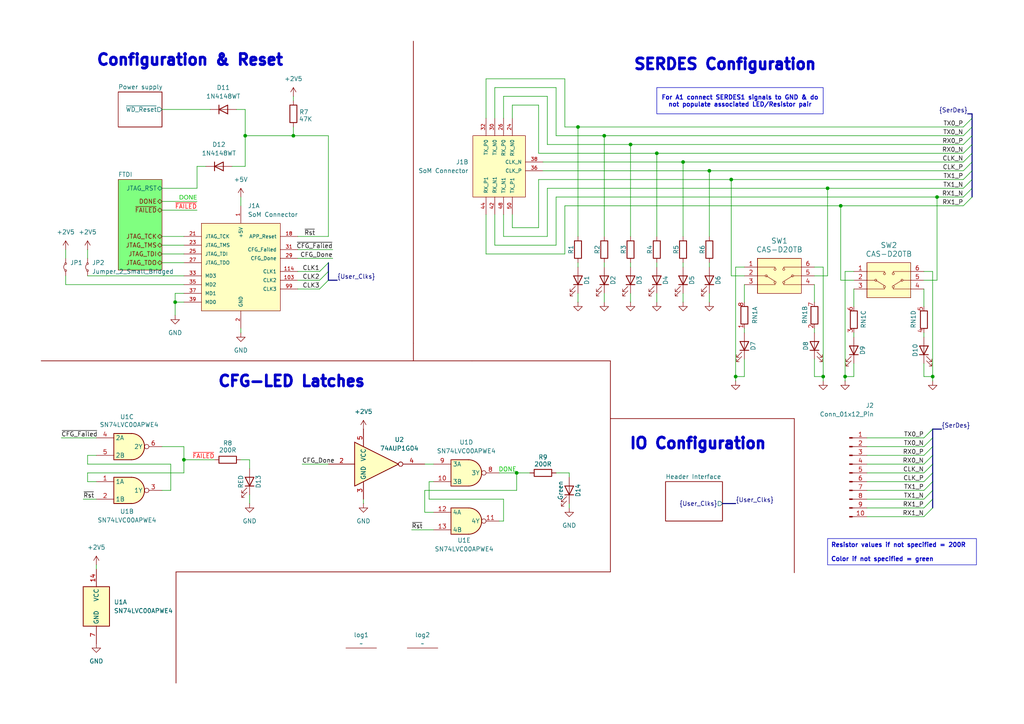
<source format=kicad_sch>
(kicad_sch (version 20231120) (generator "eeschema") (generator_version "8.0")
  (paper "A4")
  (title_block (title "SoM Programmer & Tester") (date "2024-12-20") (rev "0.1") (company "Technische Hochschule Köln") (comment 1 "Felix Sebastian Nitz"))
  (bus_alias "User_Clks" (members "CLK1" "CLK2" "CLK3"))
  (junction (at 190.5 44.45))
  (junction (at 149.86 137.16))
  (junction (at 271.78 57.15))
  (junction (at 71.12 39.37))
  (junction (at 175.26 39.37))
  (junction (at 167.64 36.83))
  (junction (at 213.36 109.22))
  (junction (at 245.11 109.22))
  (junction (at 212.09 52.07))
  (junction (at 205.74 49.53))
  (junction (at 238.76 109.22))
  (junction (at 240.03 54.61))
  (junction (at 198.12 46.99))
  (junction (at 270.51 109.22))
  (junction (at 85.09 39.37))
  (junction (at 53.34 133.35))
  (junction (at 243.84 59.69))
  (junction (at 50.8 87.63))
  (junction (at 182.88 41.91))
  (bus_entry (at 270.51 129.54) (size -2.54 2.54))
  (bus_entry (at 281.94 41.91) (size -2.54 2.54))
  (bus_entry (at 95.25 81.28) (size -2.54 2.54))
  (bus_entry (at 270.51 147.32) (size -2.54 2.54))
  (bus_entry (at 270.51 127) (size -2.54 2.54))
  (bus_entry (at 270.51 142.24) (size -2.54 2.54))
  (bus_entry (at 270.51 132.08) (size -2.54 2.54))
  (bus_entry (at 281.94 39.37) (size -2.54 2.54))
  (bus_entry (at 95.25 78.74) (size -2.54 2.54))
  (bus_entry (at 281.94 52.07) (size -2.54 2.54))
  (bus_entry (at 95.25 76.2) (size -2.54 2.54))
  (bus_entry (at 270.51 144.78) (size -2.54 2.54))
  (bus_entry (at 281.94 34.29) (size -2.54 2.54))
  (bus_entry (at 281.94 49.53) (size -2.54 2.54))
  (bus_entry (at 270.51 139.7) (size -2.54 2.54))
  (bus_entry (at 281.94 54.61) (size -2.54 2.54))
  (bus_entry (at 281.94 57.15) (size -2.54 2.54))
  (bus_entry (at 281.94 36.83) (size -2.54 2.54))
  (bus_entry (at 281.94 46.99) (size -2.54 2.54))
  (bus_entry (at 270.51 134.62) (size -2.54 2.54))
  (bus_entry (at 270.51 124.46) (size -2.54 2.54))
  (bus_entry (at 281.94 44.45) (size -2.54 2.54))
  (bus_entry (at 270.51 137.16) (size -2.54 2.54))
  (wire (pts (xy 212.09 52.07) (xy 212.09 80.01)))
  (wire (pts (xy 25.4 137.16) (xy 53.34 137.16)))
  (wire (pts (xy 25.4 137.16) (xy 25.4 139.7)))
  (wire (pts (xy 271.78 57.15) (xy 271.78 81.28)))
  (wire (pts (xy 153.67 137.16) (xy 149.86 137.16)))
  (wire (pts (xy 247.65 83.82) (xy 247.65 88.9)))
  (wire (pts (xy 46.99 68.58) (xy 53.34 68.58)))
  (wire (pts (xy 46.99 60.96) (xy 57.15 60.96)))
  (wire (pts (xy 69.85 133.35) (xy 72.39 133.35)))
  (wire (pts (xy 190.5 85.09) (xy 190.5 87.63)))
  (wire (pts (xy 251.46 142.24) (xy 267.97 142.24)))
  (wire (pts (xy 72.39 143.51) (xy 72.39 146.05)))
  (wire (pts (xy 156.21 52.07) (xy 156.21 66.04)))
  (wire (pts (xy 182.88 85.09) (xy 182.88 87.63)))
  (wire (pts (xy 124.46 139.7) (xy 125.73 139.7)))
  (wire (pts (xy 19.05 72.39) (xy 19.05 74.93)))
  (wire (pts (xy 140.97 22.86) (xy 140.97 34.29)))
  (wire (pts (xy 238.76 109.22) (xy 236.22 109.22)))
  (wire (pts (xy 213.36 109.22) (xy 213.36 110.49)))
  (wire (pts (xy 243.84 59.69) (xy 243.84 81.28)))
  (bus (pts (xy 270.51 142.24) (xy 270.51 144.78)))
  (wire (pts (xy 85.09 39.37) (xy 95.25 39.37)))
  (wire (pts (xy 144.78 137.16) (xy 149.86 137.16)))
  (wire (pts (xy 69.85 57.15) (xy 69.85 59.69)))
  (wire (pts (xy 251.46 147.32) (xy 267.97 147.32)))
  (polyline (pts (xy 136.906 104.648) (xy 177.038 104.648)) (stroke (width 0.2) (color 132 0 0 1)))
  (wire (pts (xy 161.29 25.4) (xy 161.29 39.37)))
  (wire (pts (xy 236.22 80.01) (xy 240.03 80.01)))
  (wire (pts (xy 190.5 44.45) (xy 190.5 68.58)))
  (wire (pts (xy 215.9 104.14) (xy 215.9 109.22)))
  (wire (pts (xy 245.11 109.22) (xy 245.11 110.49)))
  (wire (pts (xy 190.5 44.45) (xy 279.4 44.45)))
  (wire (pts (xy 205.74 76.2) (xy 205.74 77.47)))
  (wire (pts (xy 50.8 87.63) (xy 53.34 87.63)))
  (wire (pts (xy 96.52 74.93) (xy 86.36 74.93)))
  (wire (pts (xy 190.5 76.2) (xy 190.5 77.47)))
  (wire (pts (xy 146.05 68.58) (xy 158.75 68.58)))
  (wire (pts (xy 69.85 95.25) (xy 69.85 96.52)))
  (wire (pts (xy 245.11 109.22) (xy 247.65 109.22)))
  (wire (pts (xy 245.11 78.74) (xy 245.11 109.22)))
  (wire (pts (xy 143.51 71.12) (xy 161.29 71.12)))
  (wire (pts (xy 251.46 137.16) (xy 267.97 137.16)))
  (bus (pts (xy 95.25 76.2) (xy 95.25 78.74)))
  (wire (pts (xy 236.22 104.14) (xy 236.22 109.22)))
  (wire (pts (xy 24.13 144.78) (xy 27.94 144.78)))
  (wire (pts (xy 161.29 57.15) (xy 271.78 57.15)))
  (wire (pts (xy 71.12 31.75) (xy 71.12 39.37)))
  (wire (pts (xy 27.94 163.83) (xy 27.94 165.1)))
  (wire (pts (xy 19.05 82.55) (xy 19.05 80.01)))
  (wire (pts (xy 167.64 76.2) (xy 167.64 77.47)))
  (wire (pts (xy 53.34 133.35) (xy 53.34 137.16)))
  (wire (pts (xy 53.34 133.35) (xy 62.23 133.35)))
  (wire (pts (xy 182.88 41.91) (xy 182.88 68.58)))
  (polyline (pts (xy 230.378 121.412) (xy 230.378 166.116)) (stroke (width 0.2) (color 132 0 0 1)))
  (wire (pts (xy 198.12 46.99) (xy 279.4 46.99)))
  (polyline (pts (xy 51.054 165.862) (xy 51.054 198.12)) (stroke (width 0.2) (color 132 0 0 1)))
  (wire (pts (xy 213.36 77.47) (xy 215.9 77.47)))
  (wire (pts (xy 123.19 134.62) (xy 125.73 134.62)))
  (wire (pts (xy 247.65 105.41) (xy 247.65 109.22)))
  (wire (pts (xy 105.41 144.78) (xy 105.41 146.05)))
  (wire (pts (xy 86.36 68.58) (xy 95.25 68.58)))
  (wire (pts (xy 251.46 149.86) (xy 267.97 149.86)))
  (bus (pts (xy 270.51 127) (xy 270.51 129.54)))
  (wire (pts (xy 251.46 129.54) (xy 267.97 129.54)))
  (wire (pts (xy 205.74 49.53) (xy 205.74 68.58)))
  (bus (pts (xy 209.55 146.05) (xy 213.36 146.05)))
  (wire (pts (xy 140.97 73.66) (xy 140.97 62.23)))
  (wire (pts (xy 215.9 95.25) (xy 215.9 96.52)))
  (wire (pts (xy 238.76 109.22) (xy 238.76 110.49)))
  (wire (pts (xy 240.03 54.61) (xy 279.4 54.61)))
  (wire (pts (xy 212.09 52.07) (xy 279.4 52.07)))
  (wire (pts (xy 123.19 148.59) (xy 125.73 148.59)))
  (wire (pts (xy 198.12 46.99) (xy 198.12 68.58)))
  (wire (pts (xy 270.51 78.74) (xy 270.51 109.22)))
  (wire (pts (xy 86.36 81.28) (xy 92.71 81.28)))
  (wire (pts (xy 124.46 144.78) (xy 146.05 144.78)))
  (bus (pts (xy 270.51 137.16) (xy 270.51 139.7)))
  (wire (pts (xy 123.19 142.24) (xy 149.86 142.24)))
  (wire (pts (xy 68.58 31.75) (xy 71.12 31.75)))
  (wire (pts (xy 175.26 76.2) (xy 175.26 77.47)))
  (bus (pts (xy 270.51 124.46) (xy 270.51 127)))
  (polyline (pts (xy 119.888 99.568) (xy 119.888 104.648)) (stroke (width 0.2) (color 132 0 0 1)))
  (wire (pts (xy 119.38 153.67) (xy 125.73 153.67)))
  (wire (pts (xy 86.36 83.82) (xy 92.71 83.82)))
  (wire (pts (xy 124.46 139.7) (xy 124.46 144.78)))
  (wire (pts (xy 167.64 36.83) (xy 279.4 36.83)))
  (wire (pts (xy 161.29 57.15) (xy 161.29 71.12)))
  (wire (pts (xy 146.05 144.78) (xy 146.05 151.13)))
  (wire (pts (xy 148.59 30.48) (xy 148.59 34.29)))
  (wire (pts (xy 49.53 134.62) (xy 49.53 142.24)))
  (wire (pts (xy 167.64 85.09) (xy 167.64 87.63)))
  (bus (pts (xy 270.51 134.62) (xy 270.51 137.16)))
  (wire (pts (xy 236.22 82.55) (xy 236.22 87.63)))
  (bus (pts (xy 281.94 46.99) (xy 281.94 49.53)))
  (bus (pts (xy 281.94 36.83) (xy 281.94 39.37)))
  (polyline (pts (xy 11.938 104.648) (xy 136.906 104.648)) (stroke (width 0.2) (color 132 0 0 1)))
  (bus (pts (xy 270.51 132.08) (xy 270.51 134.62)))
  (wire (pts (xy 175.26 39.37) (xy 175.26 68.58)))
  (wire (pts (xy 143.51 25.4) (xy 143.51 34.29)))
  (wire (pts (xy 215.9 82.55) (xy 215.9 87.63)))
  (wire (pts (xy 236.22 77.47) (xy 238.76 77.47)))
  (wire (pts (xy 157.48 49.53) (xy 205.74 49.53)))
  (wire (pts (xy 149.86 137.16) (xy 149.86 142.24)))
  (bus (pts (xy 281.94 44.45) (xy 281.94 46.99)))
  (wire (pts (xy 212.09 80.01) (xy 215.9 80.01)))
  (wire (pts (xy 161.29 137.16) (xy 165.1 137.16)))
  (wire (pts (xy 236.22 95.25) (xy 236.22 96.52)))
  (wire (pts (xy 198.12 76.2) (xy 198.12 77.47)))
  (bus (pts (xy 281.94 39.37) (xy 281.94 41.91)))
  (wire (pts (xy 158.75 54.61) (xy 158.75 68.58)))
  (wire (pts (xy 182.88 76.2) (xy 182.88 77.47)))
  (wire (pts (xy 245.11 78.74) (xy 247.65 78.74)))
  (wire (pts (xy 157.48 46.99) (xy 198.12 46.99)))
  (wire (pts (xy 165.1 137.16) (xy 165.1 138.43)))
  (wire (pts (xy 251.46 134.62) (xy 267.97 134.62)))
  (wire (pts (xy 243.84 81.28) (xy 247.65 81.28)))
  (wire (pts (xy 25.4 132.08) (xy 27.94 132.08)))
  (wire (pts (xy 270.51 109.22) (xy 270.51 110.49)))
  (wire (pts (xy 175.26 39.37) (xy 279.4 39.37)))
  (polyline (pts (xy 177.038 165.862) (xy 51.054 165.862)) (stroke (width 0.2) (color 132 0 0 1)))
  (polyline (pts (xy 177.038 121.412) (xy 230.378 121.412)) (stroke (width 0.2) (color 132 0 0 1)))
  (wire (pts (xy 25.4 139.7) (xy 27.94 139.7)))
  (polyline (pts (xy 177.038 121.412) (xy 177.038 165.862)) (stroke (width 0.2) (color 132 0 0 1)))
  (wire (pts (xy 17.78 127) (xy 27.94 127)))
  (bus (pts (xy 95.25 78.74) (xy 95.25 81.28)))
  (wire (pts (xy 46.99 129.54) (xy 53.34 129.54)))
  (wire (pts (xy 46.99 31.75) (xy 60.96 31.75)))
  (wire (pts (xy 267.97 78.74) (xy 270.51 78.74)))
  (wire (pts (xy 85.09 29.21) (xy 85.09 27.94)))
  (wire (pts (xy 251.46 127) (xy 267.97 127)))
  (bus (pts (xy 270.51 139.7) (xy 270.51 142.24)))
  (wire (pts (xy 148.59 66.04) (xy 156.21 66.04)))
  (bus (pts (xy 95.25 81.28) (xy 97.79 81.28)))
  (wire (pts (xy 25.4 132.08) (xy 25.4 134.62)))
  (wire (pts (xy 238.76 77.47) (xy 238.76 109.22)))
  (wire (pts (xy 85.09 36.83) (xy 85.09 39.37)))
  (wire (pts (xy 146.05 27.94) (xy 146.05 34.29)))
  (bus (pts (xy 270.51 129.54) (xy 270.51 132.08)))
  (wire (pts (xy 205.74 49.53) (xy 279.4 49.53)))
  (wire (pts (xy 72.39 133.35) (xy 72.39 135.89)))
  (wire (pts (xy 247.65 96.52) (xy 247.65 97.79)))
  (wire (pts (xy 46.99 73.66) (xy 53.34 73.66)))
  (wire (pts (xy 251.46 132.08) (xy 267.97 132.08)))
  (wire (pts (xy 46.99 54.61) (xy 57.15 54.61)))
  (wire (pts (xy 240.03 54.61) (xy 240.03 80.01)))
  (wire (pts (xy 175.26 85.09) (xy 175.26 87.63)))
  (wire (pts (xy 267.97 109.22) (xy 267.97 105.41)))
  (wire (pts (xy 86.36 78.74) (xy 92.71 78.74)))
  (wire (pts (xy 271.78 57.15) (xy 279.4 57.15)))
  (wire (pts (xy 53.34 129.54) (xy 53.34 133.35)))
  (bus (pts (xy 281.94 52.07) (xy 281.94 54.61)))
  (wire (pts (xy 243.84 59.69) (xy 279.4 59.69)))
  (bus (pts (xy 281.94 49.53) (xy 281.94 52.07)))
  (wire (pts (xy 25.4 72.39) (xy 25.4 74.93)))
  (wire (pts (xy 163.83 22.86) (xy 163.83 36.83)))
  (wire (pts (xy 213.36 77.47) (xy 213.36 109.22)))
  (bus (pts (xy 270.51 124.46) (xy 273.05 124.46)))
  (wire (pts (xy 146.05 68.58) (xy 146.05 62.23)))
  (wire (pts (xy 163.83 59.69) (xy 243.84 59.69)))
  (wire (pts (xy 50.8 85.09) (xy 53.34 85.09)))
  (polyline (pts (xy 119.888 11.938) (xy 119.888 99.568)) (stroke (width 0.2) (color 132 0 0 1)))
  (wire (pts (xy 175.26 39.37) (xy 161.29 39.37)))
  (wire (pts (xy 156.21 44.45) (xy 190.5 44.45)))
  (bus (pts (xy 281.94 33.02) (xy 280.67 33.02)))
  (wire (pts (xy 267.97 83.82) (xy 267.97 88.9)))
  (wire (pts (xy 71.12 39.37) (xy 71.12 48.26)))
  (wire (pts (xy 57.15 48.26) (xy 59.69 48.26)))
  (wire (pts (xy 50.8 85.09) (xy 50.8 87.63)))
  (wire (pts (xy 213.36 109.22) (xy 215.9 109.22)))
  (wire (pts (xy 143.51 25.4) (xy 161.29 25.4)))
  (wire (pts (xy 144.78 151.13) (xy 146.05 151.13)))
  (wire (pts (xy 148.59 30.48) (xy 156.21 30.48)))
  (wire (pts (xy 165.1 146.05) (xy 165.1 147.32)))
  (wire (pts (xy 96.52 72.39) (xy 86.36 72.39)))
  (wire (pts (xy 57.15 48.26) (xy 57.15 54.61)))
  (bus (pts (xy 281.94 33.02) (xy 281.94 34.29)))
  (wire (pts (xy 156.21 52.07) (xy 212.09 52.07)))
  (wire (pts (xy 156.21 30.48) (xy 156.21 44.45)))
  (wire (pts (xy 270.51 109.22) (xy 267.97 109.22)))
  (wire (pts (xy 205.74 85.09) (xy 205.74 87.63)))
  (wire (pts (xy 123.19 142.24) (xy 123.19 148.59)))
  (wire (pts (xy 46.99 142.24) (xy 49.53 142.24)))
  (wire (pts (xy 251.46 139.7) (xy 267.97 139.7)))
  (wire (pts (xy 46.99 58.42) (xy 57.15 58.42)))
  (wire (pts (xy 167.64 36.83) (xy 163.83 36.83)))
  (bus (pts (xy 281.94 41.91) (xy 281.94 44.45)))
  (wire (pts (xy 158.75 27.94) (xy 158.75 41.91)))
  (wire (pts (xy 182.88 41.91) (xy 279.4 41.91)))
  (wire (pts (xy 146.05 27.94) (xy 158.75 27.94)))
  (wire (pts (xy 46.99 71.12) (xy 53.34 71.12)))
  (wire (pts (xy 67.31 48.26) (xy 71.12 48.26)))
  (wire (pts (xy 95.25 39.37) (xy 95.25 68.58)))
  (wire (pts (xy 140.97 73.66) (xy 163.83 73.66)))
  (wire (pts (xy 158.75 54.61) (xy 240.03 54.61)))
  (wire (pts (xy 140.97 22.86) (xy 163.83 22.86)))
  (wire (pts (xy 50.8 87.63) (xy 50.8 91.44)))
  (wire (pts (xy 25.4 134.62) (xy 49.53 134.62)))
  (wire (pts (xy 267.97 96.52) (xy 267.97 97.79)))
  (bus (pts (xy 281.94 54.61) (xy 281.94 57.15)))
  (wire (pts (xy 167.64 36.83) (xy 167.64 68.58)))
  (wire (pts (xy 143.51 71.12) (xy 143.51 62.23)))
  (bus (pts (xy 281.94 34.29) (xy 281.94 36.83)))
  (wire (pts (xy 71.12 39.37) (xy 85.09 39.37)))
  (wire (pts (xy 198.12 85.09) (xy 198.12 87.63)))
  (wire (pts (xy 19.05 82.55) (xy 53.34 82.55)))
  (bus (pts (xy 270.51 144.78) (xy 270.51 147.32)))
  (wire (pts (xy 148.59 66.04) (xy 148.59 62.23)))
  (wire (pts (xy 46.99 76.2) (xy 53.34 76.2)))
  (wire (pts (xy 158.75 41.91) (xy 182.88 41.91)))
  (wire (pts (xy 25.4 80.01) (xy 53.34 80.01)))
  (wire (pts (xy 251.46 144.78) (xy 267.97 144.78)))
  (wire (pts (xy 267.97 81.28) (xy 271.78 81.28)))
  (polyline (pts (xy 177.038 104.648) (xy 177.038 121.412)) (stroke (width 0.2) (color 132 0 0 1)))
  (wire (pts (xy 87.63 134.62) (xy 95.25 134.62)))
  (wire (pts (xy 163.83 73.66) (xy 163.83 59.69)))
  (text_box "Resistor values if not specified = 200R\n\nColor if not specified = green" (at 240.03 156.21 0) (size 43.18 7.62) (effects (font (size 1.27 1.27) (thickness 0.254) (bold yes)) (justify left)))
  (text_box "For A1 connect SERDES1 signals to GND & do not populate associated LED/Resistor pair " (at 190.5 25.4 0) (size 48.26 7.62) (effects (font (size 1.27 1.27) (thickness 0.254) (bold yes))))
  (text "Configuration & Reset" (at 55.118 17.526 0) (effects (font (size 3.175 3.175) (thickness 1.27) (bold yes))))
  (text "CFG-LED Latches" (at 84.582 110.744 0) (effects (font (size 3.175 3.175) (thickness 1.27) (bold yes))))
  (text "IO Configuration" (at 202.438 128.778 0) (effects (font (size 3.175 3.175) (thickness 1.27) (bold yes))))
  (text "SERDES Configuration" (at 210.312 18.796 0) (effects (font (size 3.175 3.175) (thickness 1.27) (bold yes))))
  (label "~{Rst}" (at 91.44 68.58 180))
  (label "CLK_N" (at 267.97 137.16 180))
  (label "RX0_P" (at 267.97 132.08 180))
  (label "RX1_P" (at 279.4 59.69 180))
  (label "RX0_N" (at 279.4 44.45 180))
  (label "RX1_N" (at 279.4 57.15 180))
  (label "CLK2" (at 92.71 81.28 180))
  (label "RX0_N" (at 267.97 134.62 180))
  (label "CFG_Done" (at 87.63 134.62 0))
  (label "{SerDes}" (at 273.05 124.46 0))
  (label "~{CFG_Failed}" (at 17.78 127 0))
  (label "RX1_P" (at 267.97 147.32 180))
  (label "{User_Clks}" (at 213.36 146.05 0))
  (label "CLK_N" (at 279.4 46.99 180))
  (label "CLK1" (at 92.71 78.74 180))
  (label "TX1_N" (at 279.4 54.61 180))
  (label "~{CFG_Failed}" (at 96.52 72.39 180))
  (label "TX1_P" (at 279.4 52.07 180))
  (label "CFG_Done" (at 96.52 74.93 180))
  (label "TX1_N" (at 267.97 144.78 180))
  (label "TX1_P" (at 267.97 142.24 180))
  (label "CLK3" (at 92.71 83.82 180))
  (label "{SerDes}" (at 280.67 33.02 180))
  (label "RX0_P" (at 279.4 41.91 180))
  (label "{User_Clks}" (at 97.79 81.28 0))
  (label "~{Rst}" (at 119.38 153.67 0))
  (label "TX0_N" (at 267.97 129.54 180))
  (label "DONE" (at 149.86 137.16 180) (effects (font (thickness 0.1588))))
  (label "TX0_P" (at 279.4 36.83 180))
  (label "~{Rst}" (at 24.13 144.78 0))
  (label "CLK_P" (at 279.4 49.53 180))
  (label "~{FAILED}" (at 62.23 133.35 180) (effects (font (thickness 0.1588))))
  (label "DONE" (at 57.15 58.42 180) (effects (font (thickness 0.1588))))
  (label "TX0_N" (at 279.4 39.37 180))
  (label "~{FAILED}" (at 57.15 60.96 180) (effects (font (thickness 0.1588))))
  (label "CLK_P" (at 267.97 139.7 180))
  (label "RX1_N" (at 267.97 149.86 180))
  (label "TX0_P" (at 267.97 127 180))
  (symbol (lib_id "power:+2V5") (at 27.94 163.83 0) (unit 1)
    (property "Reference" "#PWR014" (effects (hide yes)))
    (property "Value" "+2V5" (at 27.94 158.75 0))
    (property "Description" "Power symbol creates a global label with name \"+2V5\"" (effects (hide yes)))
  )
  (symbol (lib_id "ccsom_lib:SoM connector") (at 69.85 82.55 0) (unit 1)
    (property "Reference" "J1" (at 71.8694 59.69 0) (effects (justify left)))
    (property "Value" "SoM Connector" (at 71.8694 62.23 0) (effects (justify left)))
    (property "Footprint" "ccsom_Footprint_lib:SoM_Connector" (effects (hide yes)))
    (property "Description" "TE_1473005-1" (effects (hide yes)))
    (property "STANDARD" "Manufacturer Recommendations" (effects (hide yes)))
    (property "MAXIMUM_PACKAGE_HEIGHT" "5.9mm" (effects (hide yes)))
    (property "MANUFACTURER" "TE Connectivity" (effects (hide yes)))
    (property "Mouser Part Number" "571-1-1473005-1" (effects (hide yes)))
  )
  (symbol (lib_name "CAS-D20TB_1") (lib_id "ccsom_lib:CAS-D20TB") (at 243.84 78.74 0) (unit 1)
    (property "Reference" "SW2" (at 257.81 71.12 0) (effects (font (size 1.524 1.524))))
    (property "Value" "CAS-D20TB" (at 257.81 73.66 0) (effects (font (size 1.524 1.524))))
    (property "Footprint" "ccsom_Footprint_lib:CASD20TB" (effects (hide yes)))
    (property "Datasheet" "CAS-D20TB" (effects (hide yes)))
    (property "Mouser Part Number" "229-CAS-D20TB" (effects (hide yes)))
  )
  (symbol (lib_id "ccsom_lib:SN74LVC00APWE4") (at 36.83 129.54 0) (unit 3)
    (property "Reference" "U1" (at 36.83 120.904 0))
    (property "Value" "SN74LVC00APWE4" (at 37.465 123.19 0))
    (property "Footprint" "Package_SO:TSSOP-14_4.4x5mm_P0.65mm" (effects (hide yes)))
    (property "Datasheet" "https://www.ti.com/lit/ds/symlink/sn74lvc00a.pdf?ts=1636796046250&ref_url=https%253A%252F%252Fwww.ti.com%252Fproduct%252FSN74LVC00A" (effects (hide yes)))
    (property "Description" "Logic Gates Low-Pwr Sngl 2-Input Positive-NAND Gate" (effects (hide yes)))
    (property "Height" "1.2" (effects (hide yes)))
    (property "Mouser Part Number" "595-SN74LVC00APWE4" (effects (hide yes)))
    (property "Mouser Price/Stock" "https://www.mouser.co.uk/ProductDetail/Texas-Instruments/SN74LVC00APWE4?qs=UG%2F8xqv%2F6WdLV6yFRhZyqA%3D%3D" (effects (hide yes)))
    (property "Manufacturer_Name" "Texas Instruments" (effects (hide yes)))
    (property "Manufacturer_Part_Number" "SN74LVC00APWE4" (effects (hide yes)))
  )
  (symbol (lib_id "Device:LED") (at 72.39 139.7 270) (mirror x) (unit 1)
    (property "Reference" "D13" (at 74.93 139.7 0))
    (property "Value" "RED" (at 69.85 139.7 0))
    (property "Footprint" "LED_SMD:LED_0603_1608Metric" (effects (hide yes)))
    (property "Description" "Light emitting diode" (effects (hide yes)))
    (property "Mouser Part Number" "710-150060SS75000" (effects (hide yes)))
  )
  (symbol (lib_id "Diode:1N4148WT") (at 63.5 48.26 0) (mirror x) (unit 1)
    (property "Reference" "D12" (at 63.5 41.91 0))
    (property "Value" "1N4148WT" (at 63.5 44.45 0))
    (property "Footprint" "Diode_SMD:D_SOD-523" (effects (hide yes)))
    (property "Datasheet" "https://www.diodes.com/assets/Datasheets/ds30396.pdf" (effects (hide yes)))
    (property "Description" "75V 0.15A Fast switching Diode, SOD-523" (effects (hide yes)))
    (property "Sim.Device" "D" (effects (hide yes)))
    (property "Sim.Pins" "1=K 2=A" (effects (hide yes)))
    (property "Mouser Part Number" "637-1N4148WT" (effects (hide yes)))
  )
  (symbol (lib_id "ccsom_lib:CAS-D20TB") (at 212.09 77.47 0) (unit 1)
    (property "Reference" "SW1" (at 226.06 69.85 0) (effects (font (size 1.524 1.524))))
    (property "Value" "CAS-D20TB" (at 226.06 72.39 0) (effects (font (size 1.524 1.524))))
    (property "Footprint" "ccsom_Footprint_lib:CASD20TB" (effects (hide yes)))
    (property "Datasheet" "CAS-D20TB" (effects (hide yes)))
    (property "Mouser Part Number" "229-CAS-D20TB" (effects (hide yes)))
  )
  (symbol (lib_id "power:GND") (at 165.1 147.32 0) (mirror y) (unit 1)
    (property "Reference" "#PWR020" (effects (hide yes)))
    (property "Value" "GND" (at 165.1 152.4 0))
    (property "Description" "Power symbol creates a global label with name \"GND\" , ground" (effects (hide yes)))
  )
  (symbol (lib_id "Device:R") (at 175.26 72.39 0) (mirror y) (unit 1)
    (property "Reference" "R2" (at 173.228 72.39 90))
    (property "Value" "200R" (effects (hide yes)))
    (property "Footprint" "Resistor_SMD:R_0603_1608Metric" (effects (hide yes)))
    (property "Description" "Resistor" (effects (hide yes)))
    (property "Mouser Part Number" "71-CRCW0603200RFKEC" (effects (hide yes)))
  )
  (symbol (lib_id "Device:R") (at 157.48 137.16 90) (mirror x) (unit 1)
    (property "Reference" "R9" (at 157.48 132.588 90))
    (property "Value" "200R" (at 157.48 134.62 90))
    (property "Footprint" "Resistor_SMD:R_0603_1608Metric" (effects (hide yes)))
    (property "Description" "Resistor" (effects (hide yes)))
    (property "Mouser Part Number" "71-CRCW0603200RFKEC" (effects (hide yes)))
  )
  (symbol (lib_id "power:GND") (at 213.36 110.49 0) (mirror y) (unit 1)
    (property "Reference" "#PWR08" (effects (hide yes)))
    (property "Value" "GND" (effects (hide yes)))
    (property "Description" "Power symbol creates a global label with name \"GND\" , ground" (effects (hide yes)))
  )
  (symbol (lib_id "Device:R") (at 190.5 72.39 0) (mirror y) (unit 1)
    (property "Reference" "R4" (at 188.468 72.39 90))
    (property "Value" "200R" (effects (hide yes)))
    (property "Footprint" "Resistor_SMD:R_0603_1608Metric" (effects (hide yes)))
    (property "Description" "Resistor" (effects (hide yes)))
    (property "Mouser Part Number" "71-CRCW0603200RFKEC" (effects (hide yes)))
  )
  (symbol (lib_id "Device:LED") (at 267.97 101.6 90) (unit 1)
    (property "Reference" "D10" (at 265.43 101.6 0))
    (property "Value" "Green" (effects (hide yes)))
    (property "Footprint" "LED_SMD:LED_0603_1608Metric" (effects (hide yes)))
    (property "Description" "Light emitting diode" (effects (hide yes)))
    (property "Mouser Part Number" "710-150060VS75000" (effects (hide yes)))
  )
  (symbol (lib_id "power:GND") (at 167.64 87.63 0) (mirror y) (unit 1)
    (property "Reference" "#PWR01" (effects (hide yes)))
    (property "Value" "GND" (effects (hide yes)))
    (property "Description" "Power symbol creates a global label with name \"GND\" , ground" (effects (hide yes)))
  )
  (symbol (lib_id "power:GND") (at 205.74 87.63 0) (mirror y) (unit 1)
    (property "Reference" "#PWR06" (effects (hide yes)))
    (property "Value" "GND" (effects (hide yes)))
    (property "Description" "Power symbol creates a global label with name \"GND\" , ground" (effects (hide yes)))
  )
  (symbol (lib_id "Device:R_Pack04_Split") (at 236.22 91.44 0) (mirror y) (unit 2)
    (property "Reference" "RN1" (at 233.426 93.98 90) (effects (justify left)))
    (property "Value" "200R" (effects (hide yes)))
    (property "Footprint" "Resistor_SMD:R_Array_Convex_4x0603" (effects (hide yes)))
    (property "Description" "4 resistor network, parallel topology, split" (effects (hide yes)))
    (property "Mouser Part Number" "667-EXB-38V201JV" (effects (hide yes)))
  )
  (symbol (lib_id "Device:R") (at 66.04 133.35 90) (mirror x) (unit 1)
    (property "Reference" "R8" (at 66.04 128.524 90))
    (property "Value" "200R" (at 66.04 130.556 90))
    (property "Footprint" "Resistor_SMD:R_0603_1608Metric" (effects (hide yes)))
    (property "Description" "Resistor" (effects (hide yes)))
    (property "Mouser Part Number" "71-CRCW0603200RFKEC" (effects (hide yes)))
  )
  (symbol (lib_id "Connector:Conn_01x10_Pin") (at 246.38 137.16 0) (unit 1)
    (property "Reference" "J2" (at 253.492 117.602 0) (effects (justify right)))
    (property "Value" "Conn_01x12_Pin" (at 253.492 120.142 0) (effects (justify right)))
    (property "Footprint" "Connector_PinHeader_2.54mm:PinHeader_1x10_P2.54mm_Vertical" (effects (hide yes)))
    (property "Description" "Generic connector, single row, 01x10, script generated" (effects (hide yes)))
  )
  (symbol (lib_id "Device:R") (at 198.12 72.39 0) (mirror y) (unit 1)
    (property "Reference" "R5" (at 196.088 72.39 90))
    (property "Value" "200R" (effects (hide yes)))
    (property "Footprint" "Resistor_SMD:R_0603_1608Metric" (effects (hide yes)))
    (property "Description" "Resistor" (effects (hide yes)))
    (property "Mouser Part Number" "71-CRCW0603200RFKEC" (effects (hide yes)))
  )
  (symbol (lib_id "power:GND") (at 270.51 110.49 0) (mirror y) (unit 1)
    (property "Reference" "#PWR011" (effects (hide yes)))
    (property "Value" "GND" (effects (hide yes)))
    (property "Description" "Power symbol creates a global label with name \"GND\" , ground" (effects (hide yes)))
  )
  (symbol (lib_id "Device:LED") (at 182.88 81.28 270) (mirror x) (unit 1)
    (property "Reference" "D3" (at 185.42 81.28 0))
    (property "Value" "Green" (effects (hide yes)))
    (property "Footprint" "LED_SMD:LED_0603_1608Metric" (effects (hide yes)))
    (property "Description" "Light emitting diode" (effects (hide yes)))
    (property "Mouser Part Number" "710-150060VS75000" (effects (hide yes)))
  )
  (symbol (lib_id "power:GND") (at 69.85 96.52 0) (unit 1)
    (property "Reference" "#PWR022" (effects (hide yes)))
    (property "Value" "GND" (at 69.85 101.6 0))
    (property "Description" "Power symbol creates a global label with name \"GND\" , ground" (effects (hide yes)))
  )
  (symbol (lib_id "Device:LED") (at 175.26 81.28 270) (mirror x) (unit 1)
    (property "Reference" "D2" (at 177.8 81.28 0))
    (property "Value" "Green" (effects (hide yes)))
    (property "Footprint" "LED_SMD:LED_0603_1608Metric" (effects (hide yes)))
    (property "Description" "Light emitting diode" (effects (hide yes)))
    (property "Mouser Part Number" "710-150060VS75000" (effects (hide yes)))
  )
  (symbol (lib_id "power:GND") (at 238.76 110.49 0) (unit 1)
    (property "Reference" "#PWR09" (effects (hide yes)))
    (property "Value" "GND" (effects (hide yes)))
    (property "Description" "Power symbol creates a global label with name \"GND\" , ground" (effects (hide yes)))
  )
  (symbol (lib_id "power:+2V5") (at 25.4 72.39 0) (unit 1)
    (property "Reference" "#PWR017" (effects (hide yes)))
    (property "Value" "+2V5" (at 25.4 67.31 0))
    (property "Description" "Power symbol creates a global label with name \"+2V5\"" (effects (hide yes)))
  )
  (symbol (lib_id "Device:R") (at 167.64 72.39 0) (mirror y) (unit 1)
    (property "Reference" "R1" (at 165.608 72.39 90))
    (property "Value" "200R" (effects (hide yes)))
    (property "Footprint" "Resistor_SMD:R_0603_1608Metric" (effects (hide yes)))
    (property "Description" "Resistor" (effects (hide yes)))
    (property "Mouser Part Number" "71-CRCW0603200RFKEC" (effects (hide yes)))
  )
  (symbol (lib_id "power:GND") (at 105.41 146.05 0) (unit 1)
    (property "Reference" "#PWR019" (effects (hide yes)))
    (property "Value" "GND" (at 105.41 151.13 0))
    (property "Description" "Power symbol creates a global label with name \"GND\" , ground" (effects (hide yes)))
  )
  (symbol (lib_id "power:GND") (at 190.5 87.63 0) (mirror y) (unit 1)
    (property "Reference" "#PWR04" (effects (hide yes)))
    (property "Value" "GND" (effects (hide yes)))
    (property "Description" "Power symbol creates a global label with name \"GND\" , ground" (effects (hide yes)))
  )
  (symbol (lib_id "Device:R") (at 205.74 72.39 0) (mirror y) (unit 1)
    (property "Reference" "R6" (at 203.708 72.39 90))
    (property "Value" "200R" (effects (hide yes)))
    (property "Footprint" "Resistor_SMD:R_0603_1608Metric" (effects (hide yes)))
    (property "Description" "Resistor" (effects (hide yes)))
    (property "Mouser Part Number" "71-CRCW0603200RFKEC" (effects (hide yes)))
  )
  (symbol (lib_id "Device:R_Pack04_Split") (at 267.97 92.71 0) (mirror y) (unit 4)
    (property "Reference" "RN1" (at 264.922 95.25 90) (effects (justify left)))
    (property "Value" "200R" (effects (hide yes)))
    (property "Footprint" "Resistor_SMD:R_Array_Convex_4x0603" (effects (hide yes)))
    (property "Description" "4 resistor network, parallel topology, split" (effects (hide yes)))
    (property "Mouser Part Number" "667-EXB-38V201JV" (effects (hide yes)))
  )
  (symbol (lib_id "Device:LED") (at 205.74 81.28 270) (mirror x) (unit 1)
    (property "Reference" "D6" (at 208.28 81.28 0))
    (property "Value" "Green" (effects (hide yes)))
    (property "Footprint" "LED_SMD:LED_0603_1608Metric" (effects (hide yes)))
    (property "Description" "Light emitting diode" (effects (hide yes)))
    (property "Mouser Part Number" "710-150060VS75000" (effects (hide yes)))
  )
  (symbol (lib_id "Device:R") (at 85.09 33.02 0) (mirror y) (unit 1)
    (property "Reference" "R7" (at 88.138 32.512 0))
    (property "Value" "47K" (at 88.646 34.544 0))
    (property "Footprint" "Resistor_SMD:R_0603_1608Metric" (effects (hide yes)))
    (property "Description" "Resistor" (effects (hide yes)))
    (property "Mouser Part Number" "71-CRCW060347K0FKED" (effects (hide yes)))
  )
  (symbol (lib_id "Device:LED") (at 215.9 100.33 270) (mirror x) (unit 1)
    (property "Reference" "D7" (at 218.44 100.33 0))
    (property "Value" "Green" (effects (hide yes)))
    (property "Footprint" "LED_SMD:LED_0603_1608Metric" (effects (hide yes)))
    (property "Description" "Light emitting diode" (effects (hide yes)))
    (property "Mouser Part Number" "710-150060VS75000" (effects (hide yes)))
  )
  (symbol (lib_id "power:GND") (at 72.39 146.05 0) (mirror y) (unit 1)
    (property "Reference" "#PWR013" (effects (hide yes)))
    (property "Value" "GND" (at 72.39 151.13 0))
    (property "Description" "Power symbol creates a global label with name \"GND\" , ground" (effects (hide yes)))
  )
  (symbol (lib_id "ccsom_lib:SN74LVC00APWE4") (at 134.62 137.16 0) (unit 4)
    (property "Reference" "U1" (at 135.255 128.27 0))
    (property "Value" "SN74LVC00APWE4" (at 135.255 130.81 0))
    (property "Footprint" "Package_SO:TSSOP-14_4.4x5mm_P0.65mm" (effects (hide yes)))
    (property "Datasheet" "https://www.ti.com/lit/ds/symlink/sn74lvc00a.pdf?ts=1636796046250&ref_url=https%253A%252F%252Fwww.ti.com%252Fproduct%252FSN74LVC00A" (effects (hide yes)))
    (property "Description" "Logic Gates Low-Pwr Sngl 2-Input Positive-NAND Gate" (effects (hide yes)))
    (property "Height" "1.2" (effects (hide yes)))
    (property "Mouser Part Number" "595-SN74LVC00APWE4" (effects (hide yes)))
    (property "Mouser Price/Stock" "https://www.mouser.co.uk/ProductDetail/Texas-Instruments/SN74LVC00APWE4?qs=UG%2F8xqv%2F6WdLV6yFRhZyqA%3D%3D" (effects (hide yes)))
    (property "Manufacturer_Name" "Texas Instruments" (effects (hide yes)))
    (property "Manufacturer_Part_Number" "SN74LVC00APWE4" (effects (hide yes)))
  )
  (symbol (lib_id "power:GND") (at 245.11 110.49 0) (mirror y) (unit 1)
    (property "Reference" "#PWR010" (effects (hide yes)))
    (property "Value" "GND" (effects (hide yes)))
    (property "Description" "Power symbol creates a global label with name \"GND\" , ground" (effects (hide yes)))
  )
  (symbol (lib_id "Jumper:Jumper_2_Small_Bridged") (at 25.4 77.47 90) (mirror x) (unit 1) (exclude_from_sim yes)
    (property "Reference" "JP2" (at 26.67 76.1999 90) (effects (justify right)))
    (property "Value" "Jumper_2_Small_Bridged" (at 26.67 78.7399 90) (effects (justify right)))
    (property "Footprint" "TestPoint:TestPoint_2Pads_Pitch2.54mm_Drill0.8mm" (effects (hide yes)))
    (property "Description" "Jumper, 2-pole, small symbol, bridged" (effects (hide yes)))
  )
  (symbol (lib_id "74xGxx:74AUP1G04") (at 110.49 134.62 0) (unit 1)
    (property "Reference" "U2" (at 115.824 127.508 0))
    (property "Value" "74AUP1G04" (at 115.824 130.048 0))
    (property "Footprint" "Package_TO_SOT_SMD:SOT-23-5" (effects (hide yes)))
    (property "Datasheet" "https://www.ti.com/lit/ds/symlink/sn74aup1g04.pdf" (effects (hide yes)))
    (property "Description" "Single NOT Gate, Low-Voltage CMOS" (effects (hide yes)))
    (property "Mouser Part Number" "595-SN74AUP1G04DBVR" (effects (hide yes)))
  )
  (symbol (lib_id "ccsom_lib:Vin5V") (at 69.85 57.15 0) (unit 1)
    (property "Reference" "#PWR012" (effects (hide yes)))
    (property "Value" "+5V" (at 69.85 52.07 0))
    (property "Description" "Power symbol creates a global label" (effects (hide yes)))
  )
  (symbol (lib_id "Device:LED") (at 165.1 142.24 270) (mirror x) (unit 1)
    (property "Reference" "D14" (at 167.64 142.24 0))
    (property "Value" "Green" (at 162.56 142.24 0))
    (property "Footprint" "LED_SMD:LED_0603_1608Metric" (effects (hide yes)))
    (property "Description" "Light emitting diode" (effects (hide yes)))
    (property "Mouser Part Number" "710-150060VS75000" (effects (hide yes)))
  )
  (symbol (lib_id "ccsom_lib:SN74LVC00APWE4") (at 27.94 175.26 0) (unit 1)
    (property "Reference" "U1" (at 33.02 174.6249 0) (effects (justify left)))
    (property "Value" "SN74LVC00APWE4" (at 33.02 177.1649 0) (effects (justify left)))
    (property "Footprint" "Package_SO:TSSOP-14_4.4x5mm_P0.65mm" (effects (hide yes)))
    (property "Datasheet" "https://www.ti.com/lit/ds/symlink/sn74lvc00a.pdf?ts=1636796046250&ref_url=https%253A%252F%252Fwww.ti.com%252Fproduct%252FSN74LVC00A" (effects (hide yes)))
    (property "Description" "Logic Gates Low-Pwr Sngl 2-Input Positive-NAND Gate" (effects (hide yes)))
    (property "Height" "1.2" (effects (hide yes)))
    (property "Mouser Part Number" "595-SN74LVC00APWE4" (effects (hide yes)))
    (property "Mouser Price/Stock" "https://www.mouser.co.uk/ProductDetail/Texas-Instruments/SN74LVC00APWE4?qs=UG%2F8xqv%2F6WdLV6yFRhZyqA%3D%3D" (effects (hide yes)))
    (property "Manufacturer_Name" "Texas Instruments" (effects (hide yes)))
    (property "Manufacturer_Part_Number" "SN74LVC00APWE4" (effects (hide yes)))
  )
  (symbol (lib_id "Device:LED") (at 247.65 101.6 270) (mirror x) (unit 1)
    (property "Reference" "D9" (at 250.19 101.6 0))
    (property "Value" "Green" (effects (hide yes)))
    (property "Footprint" "LED_SMD:LED_0603_1608Metric" (effects (hide yes)))
    (property "Description" "Light emitting diode" (effects (hide yes)))
    (property "Mouser Part Number" "710-150060VS75000" (effects (hide yes)))
  )
  (symbol (lib_id "power:+2V5") (at 105.41 124.46 0) (unit 1)
    (property "Reference" "#PWR015" (effects (hide yes)))
    (property "Value" "+2V5" (at 105.41 119.38 0))
    (property "Description" "Power symbol creates a global label with name \"+2V5\"" (effects (hide yes)))
  )
  (symbol (lib_id "power:GND") (at 27.94 186.69 0) (unit 1)
    (property "Reference" "#PWR018" (effects (hide yes)))
    (property "Value" "GND" (at 27.94 191.77 0))
    (property "Description" "Power symbol creates a global label with name \"GND\" , ground" (effects (hide yes)))
  )
  (symbol (lib_id "power:GND") (at 198.12 87.63 0) (mirror y) (unit 1)
    (property "Reference" "#PWR05" (effects (hide yes)))
    (property "Value" "GND" (effects (hide yes)))
    (property "Description" "Power symbol creates a global label with name \"GND\" , ground" (effects (hide yes)))
  )
  (symbol (lib_id "Device:R_Pack04_Split") (at 215.9 91.44 0) (unit 1)
    (property "Reference" "RN1" (at 218.948 93.98 90) (effects (justify left)))
    (property "Value" "200R" (effects (hide yes)))
    (property "Footprint" "Resistor_SMD:R_Array_Convex_4x0603" (effects (hide yes)))
    (property "Description" "4 resistor network, parallel topology, split" (effects (hide yes)))
    (property "Mouser Part Number" "667-EXB-38V201JV" (effects (hide yes)))
  )
  (symbol (lib_id "Jumper:Jumper_2_Small_Bridged") (at 19.05 77.47 90) (mirror x) (unit 1) (exclude_from_sim yes)
    (property "Reference" "JP1" (at 20.32 76.1999 90) (effects (justify right)))
    (property "Value" "Jumper_2_Small_Bridged" (effects (hide yes)))
    (property "Footprint" "TestPoint:TestPoint_2Pads_Pitch2.54mm_Drill0.8mm" (effects (hide yes)))
    (property "Description" "Jumper, 2-pole, small symbol, bridged" (effects (hide yes)))
  )
  (symbol (lib_id "power:GND") (at 175.26 87.63 0) (mirror y) (unit 1)
    (property "Reference" "#PWR02" (effects (hide yes)))
    (property "Value" "GND" (effects (hide yes)))
    (property "Description" "Power symbol creates a global label with name \"GND\" , ground" (effects (hide yes)))
  )
  (symbol (lib_id "Device:LED") (at 167.64 81.28 270) (mirror x) (unit 1)
    (property "Reference" "D1" (at 170.18 81.28 0))
    (property "Value" "Green" (effects (hide yes)))
    (property "Footprint" "LED_SMD:LED_0603_1608Metric" (effects (hide yes)))
    (property "Description" "Light emitting diode" (effects (hide yes)))
    (property "Mouser Part Number" "710-150060VS75000" (effects (hide yes)))
  )
  (symbol (lib_id "ccsom_lib:Logo") (at 104.14 189.23 0) (unit 1) (in_bom no)
    (property "Reference" "log1" (at 104.775 184.15 0))
    (property "Value" "~" (at 104.775 186.69 0))
    (property "Footprint" "ccsom_Footprint_lib:PinguinLogo" (effects (hide yes)))
  )
  (symbol (lib_id "power:+2V5") (at 85.09 27.94 0) (unit 1)
    (property "Reference" "#PWR07" (effects (hide yes)))
    (property "Value" "+2V5" (at 85.09 22.86 0))
    (property "Description" "Power symbol creates a global label with name \"+2V5\"" (effects (hide yes)))
  )
  (symbol (lib_id "Device:LED") (at 236.22 100.33 90) (unit 1)
    (property "Reference" "D8" (at 233.68 100.33 0))
    (property "Value" "Green" (effects (hide yes)))
    (property "Footprint" "LED_SMD:LED_0603_1608Metric" (effects (hide yes)))
    (property "Description" "Light emitting diode" (effects (hide yes)))
    (property "Mouser Part Number" "710-150060VS75000" (effects (hide yes)))
  )
  (symbol (lib_id "ccsom_lib:SN74LVC00APWE4") (at 36.83 142.24 0) (unit 2)
    (property "Reference" "U1" (at 36.83 148.336 0))
    (property "Value" "SN74LVC00APWE4" (at 36.83 150.876 0))
    (property "Footprint" "Package_SO:TSSOP-14_4.4x5mm_P0.65mm" (effects (hide yes)))
    (property "Datasheet" "https://www.ti.com/lit/ds/symlink/sn74lvc00a.pdf?ts=1636796046250&ref_url=https%253A%252F%252Fwww.ti.com%252Fproduct%252FSN74LVC00A" (effects (hide yes)))
    (property "Description" "Logic Gates Low-Pwr Sngl 2-Input Positive-NAND Gate" (effects (hide yes)))
    (property "Height" "1.2" (effects (hide yes)))
    (property "Mouser Part Number" "595-SN74LVC00APWE4" (effects (hide yes)))
    (property "Mouser Price/Stock" "https://www.mouser.co.uk/ProductDetail/Texas-Instruments/SN74LVC00APWE4?qs=UG%2F8xqv%2F6WdLV6yFRhZyqA%3D%3D" (effects (hide yes)))
    (property "Manufacturer_Name" "Texas Instruments" (effects (hide yes)))
    (property "Manufacturer_Part_Number" "SN74LVC00APWE4" (effects (hide yes)))
  )
  (symbol (lib_id "ccsom_lib:Logo") (at 121.92 189.23 0) (unit 1) (in_bom no)
    (property "Reference" "log2" (at 122.555 184.15 0))
    (property "Value" "~" (at 122.555 186.69 0))
    (property "Footprint" "ccsom_Footprint_lib:OpenHardwareLogo" (effects (hide yes)))
  )
  (symbol (lib_id "Diode:1N4148WT") (at 64.77 31.75 0) (mirror x) (unit 1)
    (property "Reference" "D11" (at 64.77 25.4 0))
    (property "Value" "1N4148WT" (at 64.77 27.94 0))
    (property "Footprint" "Diode_SMD:D_SOD-523" (effects (hide yes)))
    (property "Datasheet" "https://www.diodes.com/assets/Datasheets/ds30396.pdf" (effects (hide yes)))
    (property "Description" "75V 0.15A Fast switching Diode, SOD-523" (effects (hide yes)))
    (property "Sim.Device" "D" (effects (hide yes)))
    (property "Sim.Pins" "1=K 2=A" (effects (hide yes)))
    (property "Mouser Part Number" "637-1N4148WT" (effects (hide yes)))
  )
  (symbol (lib_id "Device:LED") (at 190.5 81.28 270) (mirror x) (unit 1)
    (property "Reference" "D4" (at 193.04 81.28 0))
    (property "Value" "Green" (effects (hide yes)))
    (property "Footprint" "LED_SMD:LED_0603_1608Metric" (effects (hide yes)))
    (property "Description" "Light emitting diode" (effects (hide yes)))
    (property "Mouser Part Number" "710-150060VS75000" (effects (hide yes)))
  )
  (symbol (lib_id "power:+2V5") (at 19.05 72.39 0) (unit 1)
    (property "Reference" "#PWR016" (effects (hide yes)))
    (property "Value" "+2V5" (at 19.05 67.31 0))
    (property "Description" "Power symbol creates a global label with name \"+2V5\"" (effects (hide yes)))
  )
  (symbol (lib_id "Device:R_Pack04_Split") (at 247.65 92.71 0) (unit 3)
    (property "Reference" "RN1" (at 250.444 95.25 90) (effects (justify left)))
    (property "Value" "200R" (effects (hide yes)))
    (property "Footprint" "Resistor_SMD:R_Array_Convex_4x0603" (effects (hide yes)))
    (property "Description" "4 resistor network, parallel topology, split" (effects (hide yes)))
    (property "Mouser Part Number" "667-EXB-38V201JV" (effects (hide yes)))
  )
  (symbol (lib_id "ccsom_lib:SN74LVC00APWE4") (at 134.62 151.13 0) (unit 5)
    (property "Reference" "U1" (at 134.62 156.718 0))
    (property "Value" "SN74LVC00APWE4" (at 134.62 159.258 0))
    (property "Footprint" "Package_SO:TSSOP-14_4.4x5mm_P0.65mm" (effects (hide yes)))
    (property "Datasheet" "https://www.ti.com/lit/ds/symlink/sn74lvc00a.pdf?ts=1636796046250&ref_url=https%253A%252F%252Fwww.ti.com%252Fproduct%252FSN74LVC00A" (effects (hide yes)))
    (property "Description" "Logic Gates Low-Pwr Sngl 2-Input Positive-NAND Gate" (effects (hide yes)))
    (property "Height" "1.2" (effects (hide yes)))
    (property "Mouser Part Number" "595-SN74LVC00APWE4" (effects (hide yes)))
    (property "Mouser Price/Stock" "https://www.mouser.co.uk/ProductDetail/Texas-Instruments/SN74LVC00APWE4?qs=UG%2F8xqv%2F6WdLV6yFRhZyqA%3D%3D" (effects (hide yes)))
    (property "Manufacturer_Name" "Texas Instruments" (effects (hide yes)))
    (property "Manufacturer_Part_Number" "SN74LVC00APWE4" (effects (hide yes)))
  )
  (symbol (lib_id "power:GND") (at 50.8 91.44 0) (unit 1)
    (property "Reference" "#PWR021" (effects (hide yes)))
    (property "Value" "GND" (at 50.8 96.52 0))
    (property "Description" "Power symbol creates a global label with name \"GND\" , ground" (effects (hide yes)))
  )
  (symbol (lib_id "ccsom_lib:SoM connector") (at 156.21 48.26 90) (mirror x) (unit 2)
    (property "Reference" "J1" (at 135.89 46.9899 90) (effects (justify left)))
    (property "Value" "SoM Connector" (at 135.89 49.5299 90) (effects (justify left)))
    (property "Footprint" "ccsom_Footprint_lib:SoM_Connector" (effects (hide yes)))
    (property "Description" "TE_1473005-1" (effects (hide yes)))
    (property "STANDARD" "Manufacturer Recommendations" (effects (hide yes)))
    (property "MAXIMUM_PACKAGE_HEIGHT" "5.9mm" (effects (hide yes)))
    (property "MANUFACTURER" "TE Connectivity" (effects (hide yes)))
    (property "Mouser Part Number" "571-1-1473005-1" (effects (hide yes)))
  )
  (symbol (lib_id "Device:R") (at 182.88 72.39 0) (mirror y) (unit 1)
    (property "Reference" "R3" (at 180.848 72.39 90))
    (property "Value" "200R" (effects (hide yes)))
    (property "Footprint" "Resistor_SMD:R_0603_1608Metric" (effects (hide yes)))
    (property "Description" "Resistor" (effects (hide yes)))
    (property "Mouser Part Number" "71-CRCW0603200RFKEC" (effects (hide yes)))
  )
  (symbol (lib_id "power:GND") (at 182.88 87.63 0) (mirror y) (unit 1)
    (property "Reference" "#PWR03" (effects (hide yes)))
    (property "Value" "GND" (effects (hide yes)))
    (property "Description" "Power symbol creates a global label with name \"GND\" , ground" (effects (hide yes)))
  )
  (symbol (lib_id "Device:LED") (at 198.12 81.28 270) (mirror x) (unit 1)
    (property "Reference" "D5" (at 200.66 81.28 0))
    (property "Value" "Green" (effects (hide yes)))
    (property "Footprint" "LED_SMD:LED_0603_1608Metric" (effects (hide yes)))
    (property "Description" "Light emitting diode" (effects (hide yes)))
    (property "Mouser Part Number" "710-150060VS75000" (effects (hide yes)))
  )
  (sheet (at 193.04 139.7) (size 16.51 11.43) (stroke (width 0.1524))
    (property "Sheetname" "Header Interface" (at 193.04 138.9884 0) (effects (justify left bottom)))
    (property "Sheetfile" "HeaderInterface.kicad_sch" (effects (hide yes)))
    (pin "{User_Clks}" output (at 209.55 146.05 0))
  )
  (sheet (at 34.29 26.67) (size 12.7 10.16) (stroke (width 0.1524))
    (property "Sheetname" "Power supply" (at 34.29 25.9584 0) (effects (justify left bottom)))
    (property "Sheetfile" "PowerSupply.kicad_sch" (effects (hide yes)))
    (pin "~{WD_Reset}" output (at 46.99 31.75 0))
  )
  (sheet (at 34.29 52.07) (size 12.7 26.2495) (stroke (width 0.1524)) (fill (color 128 255 128 1.0000))
    (property "Sheetname" "FTDI" (at 34.29 51.3584 0) (effects (justify left bottom)))
    (property "Sheetfile" "FTDI.kicad_sch" (effects (hide yes)))
    (pin "DONE" bidirectional (at 46.99 58.42 0))
    (pin "~{FAILED}" bidirectional (at 46.99 60.96 0))
    (pin "JTAG_TCK" bidirectional (at 46.99 68.58 0))
    (pin "JTAG_TDI" bidirectional (at 46.99 73.66 0))
    (pin "JTAG_TDO" bidirectional (at 46.99 76.2 0))
    (pin "JTAG_TMS" bidirectional (at 46.99 71.12 0))
    (pin "JTAG_RST" bidirectional (at 46.99 54.61 0))
  )
)
</source>
